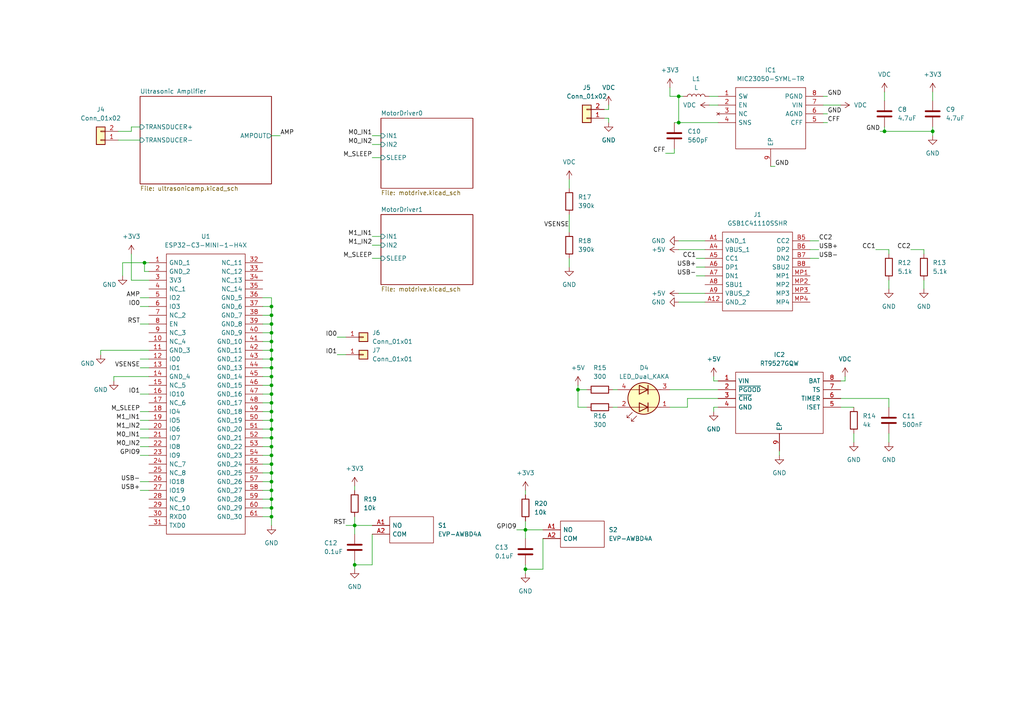
<source format=kicad_sch>
(kicad_sch (version 20230121) (generator eeschema)
  (paper "A4")
  (lib_symbols
    (symbol "Connector_Generic:Conn_01x01" (pin_names (offset 1.016) hide)
      (property "Reference" "J" (at 0 2.54 0))
      (property "Value" "Conn_01x01" (at 0 -2.54 0))
      (symbol "Conn_01x01_1_1"
        (rectangle (start -1.27 0.127) (end 0 -0.127) (stroke (width 0.1524)))
        (rectangle (start -1.27 1.27) (end 1.27 -1.27) (stroke (width 0.254)) (fill (type background)))
        (pin passive line (at -5.08 0 0) (length 3.81) (name "Pin_1") (number "1"))
      )
    )
    (symbol "Connector_Generic:Conn_01x02" (pin_names (offset 1.016) hide)
      (property "Reference" "J" (at 0 2.54 0))
      (property "Value" "Conn_01x02" (at 0 -5.08 0))
      (symbol "Conn_01x02_1_1"
        (rectangle (start -1.27 -2.413) (end 0 -2.667) (stroke (width 0.1524)))
        (rectangle (start -1.27 0.127) (end 0 -0.127) (stroke (width 0.1524)))
        (rectangle (start -1.27 1.27) (end 1.27 -3.81) (stroke (width 0.254)) (fill (type background)))
        (pin passive line (at -5.08 0 0) (length 3.81) (name "Pin_1") (number "1"))
        (pin passive line (at -5.08 -2.54 0) (length 3.81) (name "Pin_2") (number "2"))
      )
    )
    (symbol "Device:C" (pin_numbers hide) (pin_names (offset 0.254))
      (property "Reference" "C" (at 0.635 2.54 0))
      (property "Value" "C" (at 0.635 -2.54 0))
      (symbol "C_0_1"
        (polyline (pts (xy -2.032 -0.762) (xy 2.032 -0.762)) (stroke (width 0.508)))
        (polyline (pts (xy -2.032 0.762) (xy 2.032 0.762)) (stroke (width 0.508)))
      )
      (symbol "C_1_1"
        (pin passive line (at 0 3.81 270) (length 2.794) (name "~") (number "1"))
        (pin passive line (at 0 -3.81 90) (length 2.794) (name "~") (number "2"))
      )
    )
    (symbol "Device:L" (pin_numbers hide) (pin_names (offset 1.016) hide)
      (property "Reference" "L" (at -1.27 0 90))
      (property "Value" "L" (at 1.905 0 90))
      (symbol "L_0_1"
        (arc (start 0 -2.54) (mid 0.6323 -1.905) (end 0 -1.27))
        (arc (start 0 -1.27) (mid 0.6323 -0.635) (end 0 0))
        (arc (start 0 0) (mid 0.6323 0.635) (end 0 1.27))
        (arc (start 0 1.27) (mid 0.6323 1.905) (end 0 2.54))
      )
      (symbol "L_1_1"
        (pin passive line (at 0 3.81 270) (length 1.27) (name "1") (number "1"))
        (pin passive line (at 0 -3.81 90) (length 1.27) (name "2") (number "2"))
      )
    )
    (symbol "Device:LED_Dual_KAKA" (pin_names (offset 0) hide)
      (property "Reference" "D" (at 0 5.715 0))
      (property "Value" "LED_Dual_KAKA" (at 0 -6.35 0))
      (symbol "LED_Dual_KAKA_0_1"
        (polyline (pts (xy -5.08 -2.54) (xy 2.032 -2.54)))
        (polyline (pts (xy -5.08 2.54) (xy 2.032 2.54)))
        (polyline (pts (xy -1.27 -1.27) (xy -1.27 -3.81)) (stroke (width 0.254)))
        (polyline (pts (xy -1.27 3.81) (xy -1.27 1.27)) (stroke (width 0.254)))
        (polyline (pts (xy 3.81 -2.54) (xy 1.905 -2.54)))
        (polyline (pts (xy 3.81 2.54) (xy 1.905 2.54)))
        (polyline (pts (xy 1.27 -1.27) (xy 1.27 -3.81) (xy -1.27 -2.54) (xy 1.27 -1.27)) (stroke (width 0.254)))
        (polyline (pts (xy 1.27 3.81) (xy 1.27 1.27) (xy -1.27 2.54) (xy 1.27 3.81)) (stroke (width 0.254)))
        (polyline (pts (xy 2.032 5.08) (xy 3.556 6.604) (xy 2.794 6.604) (xy 3.556 6.604) (xy 3.556 5.842)))
        (polyline (pts (xy 3.302 4.064) (xy 4.826 5.588) (xy 4.064 5.588) (xy 4.826 5.588) (xy 4.826 4.826)))
        (circle (center 0 0) (radius 4.572) (stroke (width 0.254)) (fill (type background)))
      )
      (symbol "LED_Dual_KAKA_1_1"
        (pin input line (at -7.62 2.54 0) (length 3.048) (name "A1") (number "1"))
        (pin input line (at 7.62 2.54 180) (length 3.81) (name "K1") (number "2"))
        (pin input line (at -7.62 -2.54 0) (length 3.048) (name "A2") (number "3"))
        (pin input line (at 7.62 -2.54 180) (length 3.81) (name "K2") (number "4"))
      )
    )
    (symbol "Device:R" (pin_numbers hide) (pin_names (offset 0))
      (property "Reference" "R" (at 2.032 0 90))
      (property "Value" "R" (at 0 0 90))
      (symbol "R_0_1"
        (rectangle (start -1.016 -2.54) (end 1.016 2.54) (stroke (width 0.254)))
      )
      (symbol "R_1_1"
        (pin passive line (at 0 3.81 270) (length 1.27) (name "~") (number "1"))
        (pin passive line (at 0 -3.81 90) (length 1.27) (name "~") (number "2"))
      )
    )
    (symbol "SamacSys_Parts:ESP32-C3-MINI-1-H4X" (pin_names (offset 0.762))
      (property "Reference" "U" (at 29.21 7.62 0))
      (property "Value" "ESP32-C3-MINI-1-H4X" (at 29.21 5.08 0))
      (symbol "ESP32-C3-MINI-1-H4X_0_0"
        (pin passive line (at 0 0 0) (length 5.08) (name "GND_1") (number "1"))
        (pin passive line (at 0 -22.86 0) (length 5.08) (name "NC_4") (number "10"))
        (pin passive line (at 0 -25.4 0) (length 5.08) (name "GND_3") (number "11"))
        (pin passive line (at 0 -27.94 0) (length 5.08) (name "IO0") (number "12"))
        (pin passive line (at 0 -30.48 0) (length 5.08) (name "IO1") (number "13"))
        (pin passive line (at 0 -33.02 0) (length 5.08) (name "GND_4") (number "14"))
        (pin passive line (at 0 -35.56 0) (length 5.08) (name "NC_5") (number "15"))
        (pin passive line (at 0 -38.1 0) (length 5.08) (name "IO10") (number "16"))
        (pin passive line (at 0 -40.64 0) (length 5.08) (name "NC_6") (number "17"))
        (pin passive line (at 0 -43.18 0) (length 5.08) (name "IO4") (number "18"))
        (pin passive line (at 0 -45.72 0) (length 5.08) (name "IO5") (number "19"))
        (pin passive line (at 0 -2.54 0) (length 5.08) (name "GND_2") (number "2"))
        (pin passive line (at 0 -48.26 0) (length 5.08) (name "IO6") (number "20"))
        (pin passive line (at 0 -50.8 0) (length 5.08) (name "IO7") (number "21"))
        (pin passive line (at 0 -53.34 0) (length 5.08) (name "IO8") (number "22"))
        (pin passive line (at 0 -55.88 0) (length 5.08) (name "IO9") (number "23"))
        (pin passive line (at 0 -58.42 0) (length 5.08) (name "NC_7") (number "24"))
        (pin passive line (at 0 -60.96 0) (length 5.08) (name "NC_8") (number "25"))
        (pin passive line (at 0 -63.5 0) (length 5.08) (name "IO18") (number "26"))
        (pin passive line (at 0 -66.04 0) (length 5.08) (name "IO19") (number "27"))
        (pin passive line (at 0 -68.58 0) (length 5.08) (name "NC_9") (number "28"))
        (pin passive line (at 0 -71.12 0) (length 5.08) (name "NC_10") (number "29"))
        (pin passive line (at 0 -5.08 0) (length 5.08) (name "3V3") (number "3"))
        (pin passive line (at 0 -73.66 0) (length 5.08) (name "RXD0") (number "30"))
        (pin passive line (at 0 -76.2 0) (length 5.08) (name "TXD0") (number "31"))
        (pin passive line (at 33.02 0 180) (length 5.08) (name "NC_11") (number "32"))
        (pin passive line (at 33.02 -2.54 180) (length 5.08) (name "NC_12") (number "33"))
        (pin passive line (at 33.02 -5.08 180) (length 5.08) (name "NC_13") (number "34"))
        (pin passive line (at 33.02 -7.62 180) (length 5.08) (name "NC_14") (number "35"))
        (pin passive line (at 33.02 -10.16 180) (length 5.08) (name "GND_5") (number "36"))
        (pin passive line (at 33.02 -12.7 180) (length 5.08) (name "GND_6") (number "37"))
        (pin passive line (at 33.02 -15.24 180) (length 5.08) (name "GND_7") (number "38"))
        (pin passive line (at 33.02 -17.78 180) (length 5.08) (name "GND_8") (number "39"))
        (pin passive line (at 0 -7.62 0) (length 5.08) (name "NC_1") (number "4"))
        (pin passive line (at 33.02 -20.32 180) (length 5.08) (name "GND_9") (number "40"))
        (pin passive line (at 33.02 -22.86 180) (length 5.08) (name "GND_10") (number "41"))
        (pin passive line (at 33.02 -25.4 180) (length 5.08) (name "GND_11") (number "42"))
        (pin passive line (at 33.02 -27.94 180) (length 5.08) (name "GND_12") (number "43"))
        (pin passive line (at 33.02 -30.48 180) (length 5.08) (name "GND_13") (number "44"))
        (pin passive line (at 33.02 -33.02 180) (length 5.08) (name "GND_14") (number "45"))
        (pin passive line (at 33.02 -35.56 180) (length 5.08) (name "GND_15") (number "46"))
        (pin passive line (at 33.02 -38.1 180) (length 5.08) (name "GND_16") (number "47"))
        (pin passive line (at 33.02 -40.64 180) (length 5.08) (name "GND_17") (number "48"))
        (pin passive line (at 33.02 -43.18 180) (length 5.08) (name "GND_18") (number "49"))
        (pin passive line (at 0 -10.16 0) (length 5.08) (name "IO2") (number "5"))
        (pin passive line (at 33.02 -45.72 180) (length 5.08) (name "GND_19") (number "50"))
        (pin passive line (at 33.02 -48.26 180) (length 5.08) (name "GND_20") (number "51"))
        (pin passive line (at 33.02 -50.8 180) (length 5.08) (name "GND_21") (number "52"))
        (pin passive line (at 33.02 -53.34 180) (length 5.08) (name "GND_22") (number "53"))
        (pin passive line (at 33.02 -55.88 180) (length 5.08) (name "GND_23") (number "54"))
        (pin passive line (at 33.02 -58.42 180) (length 5.08) (name "GND_24") (number "55"))
        (pin passive line (at 33.02 -60.96 180) (length 5.08) (name "GND_25") (number "56"))
        (pin passive line (at 33.02 -63.5 180) (length 5.08) (name "GND_26") (number "57"))
        (pin passive line (at 33.02 -66.04 180) (length 5.08) (name "GND_27") (number "58"))
        (pin passive line (at 33.02 -68.58 180) (length 5.08) (name "GND_28") (number "59"))
        (pin passive line (at 0 -12.7 0) (length 5.08) (name "IO3") (number "6"))
        (pin passive line (at 33.02 -71.12 180) (length 5.08) (name "GND_29") (number "60"))
        (pin passive line (at 33.02 -73.66 180) (length 5.08) (name "GND_30") (number "61"))
        (pin passive line (at 0 -15.24 0) (length 5.08) (name "NC_2") (number "7"))
        (pin passive line (at 0 -17.78 0) (length 5.08) (name "EN") (number "8"))
        (pin passive line (at 0 -20.32 0) (length 5.08) (name "NC_3") (number "9"))
      )
      (symbol "ESP32-C3-MINI-1-H4X_0_1"
        (polyline (pts (xy 5.08 2.54) (xy 27.94 2.54) (xy 27.94 -78.74) (xy 5.08 -78.74) (xy 5.08 2.54)) (stroke (width 0.1524)))
      )
    )
    (symbol "SamacSys_Parts:EVP-AWBD4A" (pin_names (offset 0.762))
      (property "Reference" "S" (at 19.05 7.62 0))
      (property "Value" "EVP-AWBD4A" (at 19.05 5.08 0))
      (symbol "EVP-AWBD4A_0_0"
        (pin passive line (at 0 0 0) (length 5.08) (name "NO") (number "A1"))
        (pin passive line (at 0 -2.54 0) (length 5.08) (name "COM") (number "A2"))
      )
      (symbol "EVP-AWBD4A_0_1"
        (polyline (pts (xy 5.08 2.54) (xy 17.78 2.54) (xy 17.78 -5.08) (xy 5.08 -5.08) (xy 5.08 2.54)) (stroke (width 0.1524)))
      )
    )
    (symbol "SamacSys_Parts:GSB1C41110SSHR" (pin_names (offset 0.762))
      (property "Reference" "J" (at 26.67 7.62 0))
      (property "Value" "GSB1C41110SSHR" (at 26.67 5.08 0))
      (symbol "GSB1C41110SSHR_0_0"
        (pin passive line (at 0 0 0) (length 5.08) (name "GND_1") (number "A1"))
        (pin passive line (at 0 -17.78 0) (length 5.08) (name "GND_2") (number "A12"))
        (pin passive line (at 0 -2.54 0) (length 5.08) (name "VBUS_1") (number "A4"))
        (pin passive line (at 0 -5.08 0) (length 5.08) (name "CC1") (number "A5"))
        (pin passive line (at 0 -7.62 0) (length 5.08) (name "DP1") (number "A6"))
        (pin passive line (at 0 -10.16 0) (length 5.08) (name "DN1") (number "A7"))
        (pin passive line (at 0 -12.7 0) (length 5.08) (name "SBU1") (number "A8"))
        (pin passive line (at 0 -15.24 0) (length 5.08) (name "VBUS_2") (number "A9"))
        (pin passive line (at 30.48 0 180) (length 5.08) (name "CC2") (number "B5"))
        (pin passive line (at 30.48 -2.54 180) (length 5.08) (name "DP2") (number "B6"))
        (pin passive line (at 30.48 -5.08 180) (length 5.08) (name "DN2") (number "B7"))
        (pin passive line (at 30.48 -7.62 180) (length 5.08) (name "SBU2") (number "B8"))
        (pin passive line (at 30.48 -10.16 180) (length 5.08) (name "MP1") (number "MP1"))
        (pin passive line (at 30.48 -12.7 180) (length 5.08) (name "MP2") (number "MP2"))
        (pin passive line (at 30.48 -15.24 180) (length 5.08) (name "MP3") (number "MP3"))
        (pin passive line (at 30.48 -17.78 180) (length 5.08) (name "MP4") (number "MP4"))
      )
      (symbol "GSB1C41110SSHR_0_1"
        (polyline (pts (xy 5.08 2.54) (xy 25.4 2.54) (xy 25.4 -20.32) (xy 5.08 -20.32) (xy 5.08 2.54)) (stroke (width 0.1524)))
      )
    )
    (symbol "SamacSys_Parts:MIC23050-SYML-TR" (pin_names (offset 0.762))
      (property "Reference" "IC" (at 26.67 7.62 0))
      (property "Value" "MIC23050-SYML-TR" (at 26.67 5.08 0))
      (symbol "MIC23050-SYML-TR_0_0"
        (pin passive line (at 0 0 0) (length 5.08) (name "SW") (number "1"))
        (pin passive line (at 0 -2.54 0) (length 5.08) (name "EN") (number "2"))
        (pin no_connect line (at 0 -5.08 0) (length 5.08) (name "NC") (number "3"))
        (pin passive line (at 0 -7.62 0) (length 5.08) (name "SNS") (number "4"))
        (pin passive line (at 30.48 -7.62 180) (length 5.08) (name "CFF") (number "5"))
        (pin passive line (at 30.48 -5.08 180) (length 5.08) (name "AGND") (number "6"))
        (pin passive line (at 30.48 -2.54 180) (length 5.08) (name "VIN") (number "7"))
        (pin passive line (at 30.48 0 180) (length 5.08) (name "PGND") (number "8"))
        (pin passive line (at 15.24 -20.32 90) (length 5.08) (name "EP") (number "9"))
      )
      (symbol "MIC23050-SYML-TR_0_1"
        (polyline (pts (xy 5.08 2.54) (xy 25.4 2.54) (xy 25.4 -15.24) (xy 5.08 -15.24) (xy 5.08 2.54)) (stroke (width 0.1524)))
      )
    )
    (symbol "SamacSys_Parts:RT9527GQW" (pin_names (offset 0.762))
      (property "Reference" "IC" (at 31.75 7.62 0))
      (property "Value" "RT9527GQW" (at 31.75 5.08 0))
      (symbol "RT9527GQW_0_0"
        (pin passive line (at 0 0 0) (length 5.08) (name "VIN") (number "1"))
        (pin passive line (at 0 -2.54 0) (length 5.08) (name "~{PGOOD}") (number "2"))
        (pin passive line (at 0 -5.08 0) (length 5.08) (name "~{CHG}") (number "3"))
        (pin passive line (at 0 -7.62 0) (length 5.08) (name "GND") (number "4"))
        (pin passive line (at 35.56 -7.62 180) (length 5.08) (name "ISET") (number "5"))
        (pin passive line (at 35.56 -5.08 180) (length 5.08) (name "TIMER") (number "6"))
        (pin passive line (at 35.56 -2.54 180) (length 5.08) (name "TS") (number "7"))
        (pin passive line (at 35.56 0 180) (length 5.08) (name "BAT") (number "8"))
        (pin passive line (at 17.78 -20.32 90) (length 5.08) (name "EP") (number "9"))
      )
      (symbol "RT9527GQW_0_1"
        (polyline (pts (xy 5.08 2.54) (xy 30.48 2.54) (xy 30.48 -15.24) (xy 5.08 -15.24) (xy 5.08 2.54)) (stroke (width 0.1524)))
      )
    )
    (symbol "power:+3V3" (power) (pin_names (offset 0))
      (property "Value" "+3V3" (at 0 3.556 0))
      (symbol "+3V3_0_1"
        (polyline (pts (xy -0.762 1.27) (xy 0 2.54)))
        (polyline (pts (xy 0 0) (xy 0 2.54)))
        (polyline (pts (xy 0 2.54) (xy 0.762 1.27)))
      )
      (symbol "+3V3_1_1"
        (pin power_in line (at 0 0 90) (length 0) hide (name "+3V3") (number "1"))
      )
    )
    (symbol "power:+5V" (power) (pin_names (offset 0))
      (property "Value" "+5V" (at 0 3.556 0))
      (symbol "+5V_0_1"
        (polyline (pts (xy -0.762 1.27) (xy 0 2.54)))
        (polyline (pts (xy 0 0) (xy 0 2.54)))
        (polyline (pts (xy 0 2.54) (xy 0.762 1.27)))
      )
      (symbol "+5V_1_1"
        (pin power_in line (at 0 0 90) (length 0) hide (name "+5V") (number "1"))
      )
    )
    (symbol "power:GND" (power) (pin_names (offset 0))
      (property "Value" "GND" (at 0 -3.81 0))
      (symbol "GND_0_1"
        (polyline (pts (xy 0 0) (xy 0 -1.27) (xy 1.27 -1.27) (xy 0 -2.54) (xy -1.27 -1.27) (xy 0 -1.27)))
      )
      (symbol "GND_1_1"
        (pin power_in line (at 0 0 270) (length 0) hide (name "GND") (number "1"))
      )
    )
    (symbol "power:VDC" (power) (pin_names (offset 0))
      (property "Value" "VDC" (at 0 6.35 0))
      (symbol "VDC_0_1"
        (polyline (pts (xy -0.762 1.27) (xy 0 2.54)))
        (polyline (pts (xy 0 0) (xy 0 2.54)))
        (polyline (pts (xy 0 2.54) (xy 0.762 1.27)))
      )
      (symbol "VDC_1_1"
        (pin power_in line (at 0 0 90) (length 0) hide (name "VDC") (number "1"))
      )
    )
  )
  (junction (at 78.74 96.52))
  (junction (at 78.74 104.14))
  (junction (at 78.74 106.68))
  (junction (at 78.74 99.06))
  (junction (at 102.87 163.83))
  (junction (at 167.64 113.03))
  (junction (at 78.74 144.78))
  (junction (at 78.74 127))
  (junction (at 78.74 119.38))
  (junction (at 78.74 124.46))
  (junction (at 152.4 165.1))
  (junction (at 78.74 114.3))
  (junction (at 78.74 134.62))
  (junction (at 78.74 88.9))
  (junction (at 196.85 27.94))
  (junction (at 78.74 101.6))
  (junction (at 78.74 142.24))
  (junction (at 78.74 149.86))
  (junction (at 78.74 93.98))
  (junction (at 78.74 132.08))
  (junction (at 78.74 129.54))
  (junction (at 270.51 38.1))
  (junction (at 196.85 35.56))
  (junction (at 78.74 137.16))
  (junction (at 78.74 111.76))
  (junction (at 78.74 91.44))
  (junction (at 78.74 109.22))
  (junction (at 256.54 38.1))
  (junction (at 102.87 152.4))
  (junction (at 78.74 147.32))
  (junction (at 152.4 153.67))
  (junction (at 78.74 116.84))
  (junction (at 78.74 121.92))
  (junction (at 41.91 76.2))
  (junction (at 78.74 139.7))
  (wire (pts (xy 76.2 109.22) (xy 78.74 109.22)))
  (wire (pts (xy 234.95 69.85) (xy 237.49 69.85)))
  (wire (pts (xy 76.2 96.52) (xy 78.74 96.52)))
  (wire (pts (xy 205.74 27.94) (xy 208.28 27.94)))
  (wire (pts (xy 234.95 72.39) (xy 237.49 72.39)))
  (wire (pts (xy 40.64 114.3) (xy 43.18 114.3)))
  (wire (pts (xy 76.2 116.84) (xy 78.74 116.84)))
  (wire (pts (xy 76.2 106.68) (xy 78.74 106.68)))
  (wire (pts (xy 198.12 27.94) (xy 196.85 27.94)))
  (wire (pts (xy 102.87 149.86) (xy 102.87 152.4)))
  (wire (pts (xy 152.4 142.24) (xy 152.4 143.51)))
  (wire (pts (xy 165.1 52.07) (xy 165.1 54.61)))
  (wire (pts (xy 234.95 74.93) (xy 237.49 74.93)))
  (wire (pts (xy 256.54 38.1) (xy 270.51 38.1)))
  (wire (pts (xy 78.74 111.76) (xy 78.74 114.3)))
  (wire (pts (xy 157.48 165.1) (xy 152.4 165.1)))
  (wire (pts (xy 107.95 154.94) (xy 107.95 163.83)))
  (wire (pts (xy 201.93 77.47) (xy 204.47 77.47)))
  (wire (pts (xy 43.18 86.36) (xy 40.64 86.36)))
  (wire (pts (xy 78.74 86.36) (xy 78.74 88.9)))
  (wire (pts (xy 40.64 106.68) (xy 43.18 106.68)))
  (wire (pts (xy 207.01 118.11) (xy 208.28 118.11)))
  (wire (pts (xy 76.2 86.36) (xy 78.74 86.36)))
  (wire (pts (xy 78.74 129.54) (xy 78.74 132.08)))
  (wire (pts (xy 78.74 142.24) (xy 78.74 144.78)))
  (wire (pts (xy 78.74 121.92) (xy 78.74 124.46)))
  (wire (pts (xy 194.31 27.94) (xy 194.31 25.4)))
  (wire (pts (xy 256.54 38.1) (xy 255.27 38.1)))
  (wire (pts (xy 78.74 119.38) (xy 78.74 121.92)))
  (wire (pts (xy 40.64 132.08) (xy 43.18 132.08)))
  (wire (pts (xy 38.1 36.83) (xy 40.64 36.83)))
  (wire (pts (xy 107.95 41.91) (xy 110.49 41.91)))
  (wire (pts (xy 40.64 139.7) (xy 43.18 139.7)))
  (wire (pts (xy 270.51 36.83) (xy 270.51 38.1)))
  (wire (pts (xy 78.74 134.62) (xy 78.74 137.16)))
  (wire (pts (xy 76.2 91.44) (xy 78.74 91.44)))
  (wire (pts (xy 238.76 27.94) (xy 240.03 27.94)))
  (wire (pts (xy 201.93 80.01) (xy 204.47 80.01)))
  (wire (pts (xy 100.33 152.4) (xy 102.87 152.4)))
  (wire (pts (xy 256.54 36.83) (xy 256.54 38.1)))
  (wire (pts (xy 102.87 152.4) (xy 102.87 154.94)))
  (wire (pts (xy 177.8 113.03) (xy 179.07 113.03)))
  (wire (pts (xy 165.1 74.93) (xy 165.1 77.47)))
  (wire (pts (xy 78.74 93.98) (xy 78.74 96.52)))
  (wire (pts (xy 270.51 26.67) (xy 270.51 29.21)))
  (wire (pts (xy 152.4 153.67) (xy 152.4 156.21)))
  (wire (pts (xy 207.01 110.49) (xy 207.01 109.22)))
  (wire (pts (xy 107.95 163.83) (xy 102.87 163.83)))
  (wire (pts (xy 76.2 121.92) (xy 78.74 121.92)))
  (wire (pts (xy 152.4 151.13) (xy 152.4 153.67)))
  (wire (pts (xy 199.39 115.57) (xy 208.28 115.57)))
  (wire (pts (xy 76.2 129.54) (xy 78.74 129.54)))
  (wire (pts (xy 34.29 38.1) (xy 38.1 38.1)))
  (wire (pts (xy 177.8 118.11) (xy 179.07 118.11)))
  (wire (pts (xy 107.95 39.37) (xy 110.49 39.37)))
  (wire (pts (xy 40.64 119.38) (xy 43.18 119.38)))
  (wire (pts (xy 196.85 27.94) (xy 196.85 35.56)))
  (wire (pts (xy 78.74 39.37) (xy 81.28 39.37)))
  (wire (pts (xy 76.2 134.62) (xy 78.74 134.62)))
  (wire (pts (xy 78.74 116.84) (xy 78.74 119.38)))
  (wire (pts (xy 78.74 109.22) (xy 78.74 111.76)))
  (wire (pts (xy 29.21 101.6) (xy 29.21 102.87)))
  (wire (pts (xy 205.74 30.48) (xy 208.28 30.48)))
  (wire (pts (xy 208.28 35.56) (xy 196.85 35.56)))
  (wire (pts (xy 40.64 142.24) (xy 43.18 142.24)))
  (wire (pts (xy 196.85 27.94) (xy 194.31 27.94)))
  (wire (pts (xy 107.95 71.12) (xy 110.49 71.12)))
  (wire (pts (xy 78.74 139.7) (xy 78.74 142.24)))
  (wire (pts (xy 256.54 26.67) (xy 256.54 29.21)))
  (wire (pts (xy 78.74 144.78) (xy 78.74 147.32)))
  (wire (pts (xy 40.64 93.98) (xy 43.18 93.98)))
  (wire (pts (xy 76.2 127) (xy 78.74 127)))
  (wire (pts (xy 257.81 115.57) (xy 257.81 118.11)))
  (wire (pts (xy 76.2 137.16) (xy 78.74 137.16)))
  (wire (pts (xy 102.87 152.4) (xy 107.95 152.4)))
  (wire (pts (xy 40.64 104.14) (xy 43.18 104.14)))
  (wire (pts (xy 170.18 113.03) (xy 167.64 113.03)))
  (wire (pts (xy 78.74 149.86) (xy 78.74 152.4)))
  (wire (pts (xy 76.2 104.14) (xy 78.74 104.14)))
  (wire (pts (xy 194.31 118.11) (xy 199.39 118.11)))
  (wire (pts (xy 257.81 81.28) (xy 257.81 83.82)))
  (wire (pts (xy 78.74 104.14) (xy 78.74 106.68)))
  (wire (pts (xy 195.58 35.56) (xy 196.85 35.56)))
  (wire (pts (xy 102.87 140.97) (xy 102.87 142.24)))
  (wire (pts (xy 176.53 35.56) (xy 176.53 34.29)))
  (wire (pts (xy 78.74 132.08) (xy 78.74 134.62)))
  (wire (pts (xy 40.64 129.54) (xy 43.18 129.54)))
  (wire (pts (xy 78.74 114.3) (xy 78.74 116.84)))
  (wire (pts (xy 257.81 72.39) (xy 257.81 73.66)))
  (wire (pts (xy 38.1 38.1) (xy 38.1 36.83)))
  (wire (pts (xy 170.18 118.11) (xy 167.64 118.11)))
  (wire (pts (xy 38.1 73.66) (xy 38.1 81.28)))
  (wire (pts (xy 238.76 35.56) (xy 240.03 35.56)))
  (wire (pts (xy 97.79 97.79) (xy 100.33 97.79)))
  (wire (pts (xy 193.04 44.45) (xy 195.58 44.45)))
  (wire (pts (xy 78.74 106.68) (xy 78.74 109.22)))
  (wire (pts (xy 195.58 44.45) (xy 195.58 43.18)))
  (wire (pts (xy 196.85 87.63) (xy 204.47 87.63)))
  (wire (pts (xy 76.2 119.38) (xy 78.74 119.38)))
  (wire (pts (xy 107.95 74.93) (xy 110.49 74.93)))
  (wire (pts (xy 238.76 30.48) (xy 243.84 30.48)))
  (wire (pts (xy 175.26 34.29) (xy 176.53 34.29)))
  (wire (pts (xy 208.28 110.49) (xy 207.01 110.49)))
  (wire (pts (xy 176.53 31.75) (xy 176.53 30.48)))
  (wire (pts (xy 76.2 144.78) (xy 78.74 144.78)))
  (wire (pts (xy 226.06 130.81) (xy 226.06 132.08)))
  (wire (pts (xy 78.74 96.52) (xy 78.74 99.06)))
  (wire (pts (xy 223.52 48.26) (xy 224.79 48.26)))
  (wire (pts (xy 107.95 45.72) (xy 110.49 45.72)))
  (wire (pts (xy 78.74 88.9) (xy 78.74 91.44)))
  (wire (pts (xy 257.81 125.73) (xy 257.81 128.27)))
  (wire (pts (xy 196.85 85.09) (xy 204.47 85.09)))
  (wire (pts (xy 76.2 99.06) (xy 78.74 99.06)))
  (wire (pts (xy 167.64 118.11) (xy 167.64 113.03)))
  (wire (pts (xy 78.74 137.16) (xy 78.74 139.7)))
  (wire (pts (xy 40.64 121.92) (xy 43.18 121.92)))
  (wire (pts (xy 243.84 118.11) (xy 247.65 118.11)))
  (wire (pts (xy 43.18 109.22) (xy 33.02 109.22)))
  (wire (pts (xy 247.65 125.73) (xy 247.65 128.27)))
  (wire (pts (xy 157.48 156.21) (xy 157.48 165.1)))
  (wire (pts (xy 243.84 110.49) (xy 245.11 110.49)))
  (wire (pts (xy 78.74 101.6) (xy 78.74 104.14)))
  (wire (pts (xy 102.87 162.56) (xy 102.87 163.83)))
  (wire (pts (xy 270.51 38.1) (xy 270.51 39.37)))
  (wire (pts (xy 199.39 118.11) (xy 199.39 115.57)))
  (wire (pts (xy 167.64 113.03) (xy 167.64 111.76)))
  (wire (pts (xy 238.76 33.02) (xy 240.03 33.02)))
  (wire (pts (xy 78.74 99.06) (xy 78.74 101.6)))
  (wire (pts (xy 76.2 111.76) (xy 78.74 111.76)))
  (wire (pts (xy 149.86 153.67) (xy 152.4 153.67)))
  (wire (pts (xy 40.64 124.46) (xy 43.18 124.46)))
  (wire (pts (xy 29.21 101.6) (xy 43.18 101.6)))
  (wire (pts (xy 76.2 101.6) (xy 78.74 101.6)))
  (wire (pts (xy 76.2 124.46) (xy 78.74 124.46)))
  (wire (pts (xy 41.91 78.74) (xy 41.91 76.2)))
  (wire (pts (xy 40.64 88.9) (xy 43.18 88.9)))
  (wire (pts (xy 196.85 72.39) (xy 204.47 72.39)))
  (wire (pts (xy 76.2 93.98) (xy 78.74 93.98)))
  (wire (pts (xy 152.4 153.67) (xy 157.48 153.67)))
  (wire (pts (xy 78.74 91.44) (xy 78.74 93.98)))
  (wire (pts (xy 107.95 68.58) (xy 110.49 68.58)))
  (wire (pts (xy 243.84 115.57) (xy 257.81 115.57)))
  (wire (pts (xy 175.26 31.75) (xy 176.53 31.75)))
  (wire (pts (xy 152.4 165.1) (xy 152.4 166.37)))
  (wire (pts (xy 41.91 76.2) (xy 35.56 76.2)))
  (wire (pts (xy 76.2 147.32) (xy 78.74 147.32)))
  (wire (pts (xy 43.18 78.74) (xy 41.91 78.74)))
  (wire (pts (xy 38.1 81.28) (xy 43.18 81.28)))
  (wire (pts (xy 76.2 139.7) (xy 78.74 139.7)))
  (wire (pts (xy 40.64 127) (xy 43.18 127)))
  (wire (pts (xy 196.85 69.85) (xy 204.47 69.85)))
  (wire (pts (xy 76.2 132.08) (xy 78.74 132.08)))
  (wire (pts (xy 34.29 40.64) (xy 40.64 40.64)))
  (wire (pts (xy 194.31 113.03) (xy 208.28 113.03)))
  (wire (pts (xy 204.47 74.93) (xy 201.93 74.93)))
  (wire (pts (xy 76.2 88.9) (xy 78.74 88.9)))
  (wire (pts (xy 97.79 102.87) (xy 100.33 102.87)))
  (wire (pts (xy 152.4 163.83) (xy 152.4 165.1)))
  (wire (pts (xy 207.01 119.38) (xy 207.01 118.11)))
  (wire (pts (xy 102.87 163.83) (xy 102.87 165.1)))
  (wire (pts (xy 267.97 81.28) (xy 267.97 83.82)))
  (wire (pts (xy 76.2 114.3) (xy 78.74 114.3)))
  (wire (pts (xy 76.2 149.86) (xy 78.74 149.86)))
  (wire (pts (xy 264.16 72.39) (xy 267.97 72.39)))
  (wire (pts (xy 78.74 127) (xy 78.74 129.54)))
  (wire (pts (xy 43.18 76.2) (xy 41.91 76.2)))
  (wire (pts (xy 165.1 62.23) (xy 165.1 67.31)))
  (wire (pts (xy 35.56 76.2) (xy 35.56 80.01)))
  (wire (pts (xy 245.11 110.49) (xy 245.11 109.22)))
  (wire (pts (xy 33.02 109.22) (xy 33.02 110.49)))
  (wire (pts (xy 78.74 124.46) (xy 78.74 127)))
  (wire (pts (xy 254 72.39) (xy 257.81 72.39)))
  (wire (pts (xy 76.2 142.24) (xy 78.74 142.24)))
  (wire (pts (xy 267.97 72.39) (xy 267.97 73.66)))
  (wire (pts (xy 78.74 147.32) (xy 78.74 149.86)))
  (label "USB-" (at 201.93 80.01 180))
  (label "AMP" (at 81.28 39.37 0))
  (label "IO0" (at 40.64 88.9 180))
  (label "M1_IN2" (at 107.95 71.12 180))
  (label "M1_IN2" (at 40.64 124.46 180))
  (label "CC2" (at 237.49 69.85 0))
  (label "USB-" (at 40.64 139.7 180))
  (label "RST" (at 100.33 152.4 180))
  (label "CC2" (at 264.16 72.39 180))
  (label "CC1" (at 201.93 74.93 180))
  (label "GND" (at 255.27 38.1 180))
  (label "USB-" (at 237.49 74.93 0))
  (label "GND" (at 240.03 27.94 0))
  (label "USB+" (at 237.49 72.39 0))
  (label "USB+" (at 201.93 77.47 180))
  (label "M0_IN2" (at 40.64 129.54 180))
  (label "IO0" (at 97.79 97.79 180))
  (label "M_SLEEP" (at 107.95 45.72 180))
  (label "M0_IN1" (at 40.64 127 180))
  (label "GND" (at 224.79 48.26 0))
  (label "M0_IN1" (at 107.95 39.37 180))
  (label "M1_IN1" (at 107.95 68.58 180))
  (label "M0_IN2" (at 107.95 41.91 180))
  (label "VSENSE" (at 165.1 66.04 180))
  (label "IO1" (at 40.64 114.3 180))
  (label "GPIO9" (at 40.64 132.08 180))
  (label "IO1" (at 97.79 102.87 180))
  (label "CFF" (at 193.04 44.45 180))
  (label "M1_IN1" (at 40.64 121.92 180))
  (label "CFF" (at 240.03 35.56 0))
  (label "CC1" (at 254 72.39 180))
  (label "M_SLEEP" (at 107.95 74.93 180))
  (label "GPIO9" (at 149.86 153.67 180))
  (label "AMP" (at 40.64 86.36 180))
  (label "RST" (at 40.64 93.98 180))
  (label "VSENSE" (at 40.64 106.68 180))
  (label "USB+" (at 40.64 142.24 180))
  (label "M_SLEEP" (at 40.64 119.38 180))
  (label "GND" (at 240.03 33.02 0))
  (symbol (lib_id "power:GND") (at 152.4 166.37 0) (unit 1)
    (property "Reference" "#PWR051" (effects hide))
    (property "Value" "GND" (at 152.4 171.45 0))
  )
  (symbol (lib_id "power:VDC") (at 243.84 30.48 270) (unit 1)
    (property "Reference" "#PWR015" (effects hide))
    (property "Value" "VDC" (at 247.65 30.48 90) (effects (justify left)))
  )
  (symbol (lib_id "power:+5V") (at 196.85 72.39 90) (unit 1)
    (property "Reference" "#PWR028" (effects hide))
    (property "Value" "+5V" (at 193.04 72.39 90) (effects (justify left)))
  )
  (symbol (lib_id "SamacSys_Parts:EVP-AWBD4A") (at 157.48 153.67 0) (unit 1)
    (property "Reference" "S2" (at 176.53 153.67 0) (effects (justify left)))
    (property "Value" "EVP-AWBD4A" (at 176.53 156.21 0) (effects (justify left)))
    (property "Footprint" "EVPAWBD4A" (effects hide))
    (property "Datasheet" "https://industry.panasonic.com/ac/cdn/e/control/switch/light-touch/catalog/sw_lt_eng_3020s.pdf" (effects hide))
    (property "Description" "Tactile Switch SPST-NO Top Actuated Surface Mount" (effects hide))
    (property "Height" "0.7" (effects hide))
    (property "Mouser Part Number" "667-EVP-AWBD4A" (effects hide))
    (property "Mouser Price/Stock" "https://www.mouser.co.uk/ProductDetail/Panasonic/EVP-AWBD4A?qs=iR2ablhfrmFQoJZNX8b%2FIQ%3D%3D" (effects hide))
    (property "Manufacturer_Name" "Panasonic" (effects hide))
    (property "Manufacturer_Part_Number" "EVP-AWBD4A" (effects hide))
  )
  (symbol (lib_id "power:VDC") (at 256.54 26.67 0) (unit 1)
    (property "Reference" "#PWR022" (effects hide))
    (property "Value" "VDC" (at 256.54 21.59 0))
  )
  (symbol (lib_id "Device:R") (at 173.99 118.11 90) (unit 1)
    (property "Reference" "R16" (at 173.99 120.65 90))
    (property "Value" "300" (at 173.99 123.19 90))
    (property "Footprint" "Resistor_SMD:R_0402_1005Metric" (effects hide))
  )
  (symbol (lib_id "Connector_Generic:Conn_01x01") (at 105.41 97.79 0) (unit 1)
    (property "Reference" "J6" (at 107.95 96.52 0) (effects (justify left)))
    (property "Value" "Conn_01x01" (at 107.95 99.06 0) (effects (justify left)))
    (property "Footprint" "TestPoint:TestPoint_Pad_D1.0mm" (effects hide))
  )
  (symbol (lib_id "Device:R") (at 152.4 147.32 0) (unit 1)
    (property "Reference" "R20" (at 154.94 146.05 0) (effects (justify left)))
    (property "Value" "10k" (at 154.94 148.59 0) (effects (justify left)))
    (property "Footprint" "Resistor_SMD:R_0402_1005Metric" (effects hide))
  )
  (symbol (lib_id "power:VDC") (at 165.1 52.07 0) (unit 1)
    (property "Reference" "#PWR045" (effects hide))
    (property "Value" "VDC" (at 165.1 46.99 0))
  )
  (symbol (lib_id "Device:C") (at 152.4 160.02 0) (unit 1)
    (property "Reference" "C13" (at 143.51 158.75 0) (effects (justify left)))
    (property "Value" "0.1uF" (at 143.51 161.29 0) (effects (justify left)))
    (property "Footprint" "Capacitor_SMD:C_0402_1005Metric" (effects hide))
  )
  (symbol (lib_id "Connector_Generic:Conn_01x02") (at 170.18 34.29 180) (unit 1)
    (property "Reference" "J5" (at 170.18 25.4 0))
    (property "Value" "Conn_01x02" (at 170.18 27.94 0))
    (property "Footprint" "Connector_JST:JST_PH_S2B-PH-K_1x02_P2.00mm_Horizontal" (effects hide))
  )
  (symbol (lib_id "power:+5V") (at 207.01 109.22 0) (unit 1)
    (property "Reference" "#PWR032" (effects hide))
    (property "Value" "+5V" (at 207.01 104.14 0))
  )
  (symbol (lib_id "power:GND") (at 196.85 69.85 270) (unit 1)
    (property "Reference" "#PWR030" (effects hide))
    (property "Value" "GND" (at 193.04 69.85 90) (effects (justify right)))
  )
  (symbol (lib_id "power:+3V3") (at 194.31 25.4 0) (unit 1)
    (property "Reference" "#PWR025" (effects hide))
    (property "Value" "+3V3" (at 194.31 20.32 0))
  )
  (symbol (lib_id "power:GND") (at 33.02 110.49 0) (unit 1)
    (property "Reference" "#PWR046" (effects hide))
    (property "Value" "GND" (at 29.21 113.03 0))
  )
  (symbol (lib_id "power:GND") (at 257.81 83.82 0) (unit 1)
    (property "Reference" "#PWR018" (effects hide))
    (property "Value" "GND" (at 257.81 88.9 0))
  )
  (symbol (lib_id "power:GND") (at 267.97 83.82 0) (unit 1)
    (property "Reference" "#PWR019" (effects hide))
    (property "Value" "GND" (at 267.97 88.9 0))
  )
  (symbol (lib_id "SamacSys_Parts:GSB1C41110SSHR") (at 204.47 69.85 0) (unit 1)
    (property "Reference" "J1" (at 219.71 62.23 0))
    (property "Value" "GSB1C41110SSHR" (at 219.71 64.77 0))
    (property "Footprint" "GSB1C41110SSHR" (effects hide))
    (property "Datasheet" "https://cdn.amphenol-cs.com/media/wysiwyg/files/drawing/gsb1c41x10sshr-ax1.pdf" (effects hide))
    (property "Description" "USB2.0, Type C, Top mount, Center Height 1.63mm, Single Row Surface Mount" (effects hide))
    (property "Height" "3.41" (effects hide))
    (property "Manufacturer_Name" "Amphenol Communications Solutions" (effects hide))
    (property "Manufacturer_Part_Number" "GSB1C41110SSHR" (effects hide))
  )
  (symbol (lib_id "power:+3V3") (at 152.4 142.24 0) (unit 1)
    (property "Reference" "#PWR050" (effects hide))
    (property "Value" "+3V3" (at 152.4 137.16 0))
  )
  (symbol (lib_id "Device:R") (at 102.87 146.05 0) (unit 1)
    (property "Reference" "R19" (at 105.41 144.78 0) (effects (justify left)))
    (property "Value" "10k" (at 105.41 147.32 0) (effects (justify left)))
    (property "Footprint" "Resistor_SMD:R_0402_1005Metric" (effects hide))
  )
  (symbol (lib_id "SamacSys_Parts:RT9527GQW") (at 208.28 110.49 0) (unit 1)
    (property "Reference" "IC2" (at 226.06 102.87 0))
    (property "Value" "RT9527GQW" (at 226.06 105.41 0))
    (property "Footprint" "SON50P200X200X80-9N" (effects hide))
    (property "Datasheet" "https://www.richtek.com/assets/product_file/RT9527/DS9527-03.pdf" (effects hide))
    (property "Description" "RICHTEK - RT9527GQW - Battery Charger, 1 Cell of Li-Ion Battery, 6V Input, 4.2V/600mA Charge, WDFN-8" (effects hide))
    (property "Height" "0.8" (effects hide))
    (property "Mouser Part Number" "835-RT9527GQW" (effects hide))
    (property "Mouser Price/Stock" "https://www.mouser.co.uk/ProductDetail/Richtek/RT9527GQW?qs=amGC7iS6iy8PaRZ5cLHjkg%3D%3D" (effects hide))
    (property "Manufacturer_Name" "RICHTEK" (effects hide))
    (property "Manufacturer_Part_Number" "RT9527GQW" (effects hide))
  )
  (symbol (lib_id "power:GND") (at 196.85 87.63 270) (unit 1)
    (property "Reference" "#PWR029" (effects hide))
    (property "Value" "GND" (at 193.04 87.63 90) (effects (justify right)))
  )
  (symbol (lib_id "Device:C") (at 257.81 121.92 0) (unit 1)
    (property "Reference" "C11" (at 261.62 120.65 0) (effects (justify left)))
    (property "Value" "500nF" (at 261.62 123.19 0) (effects (justify left)))
    (property "Footprint" "Capacitor_SMD:C_0402_1005Metric" (effects hide))
  )
  (symbol (lib_id "power:+5V") (at 167.64 111.76 0) (unit 1)
    (property "Reference" "#PWR036" (effects hide))
    (property "Value" "+5V" (at 167.64 106.68 0))
  )
  (symbol (lib_id "power:VDC") (at 205.74 30.48 90) (unit 1)
    (property "Reference" "#PWR021" (effects hide))
    (property "Value" "VDC" (at 201.93 30.48 90) (effects (justify left)))
  )
  (symbol (lib_id "power:GND") (at 247.65 128.27 0) (unit 1)
    (property "Reference" "#PWR037" (effects hide))
    (property "Value" "GND" (at 247.65 133.35 0))
  )
  (symbol (lib_id "power:VDC") (at 245.11 109.22 0) (unit 1)
    (property "Reference" "#PWR034" (effects hide))
    (property "Value" "VDC" (at 245.11 104.14 0))
  )
  (symbol (lib_id "power:GND") (at 165.1 77.47 0) (unit 1)
    (property "Reference" "#PWR044" (effects hide))
    (property "Value" "GND" (at 165.1 82.55 0))
  )
  (symbol (lib_id "power:GND") (at 78.74 152.4 0) (unit 1)
    (property "Reference" "#PWR017" (effects hide))
    (property "Value" "GND" (at 78.74 157.48 0))
  )
  (symbol (lib_id "Device:C") (at 256.54 33.02 0) (unit 1)
    (property "Reference" "C8" (at 260.35 31.75 0) (effects (justify left)))
    (property "Value" "4.7uF" (at 260.35 34.29 0) (effects (justify left)))
    (property "Footprint" "Capacitor_SMD:C_0402_1005Metric" (effects hide))
  )
  (symbol (lib_id "power:GND") (at 257.81 128.27 0) (unit 1)
    (property "Reference" "#PWR038" (effects hide))
    (property "Value" "GND" (at 257.81 133.35 0))
  )
  (symbol (lib_id "power:VDC") (at 176.53 30.48 0) (unit 1)
    (property "Reference" "#PWR026" (effects hide))
    (property "Value" "VDC" (at 176.53 25.4 0))
  )
  (symbol (lib_id "Device:R") (at 165.1 71.12 0) (unit 1)
    (property "Reference" "R18" (at 167.64 69.85 0) (effects (justify left)))
    (property "Value" "390k" (at 167.64 72.39 0) (effects (justify left)))
    (property "Footprint" "Resistor_SMD:R_0402_1005Metric" (effects hide))
  )
  (symbol (lib_id "Device:C") (at 270.51 33.02 0) (unit 1)
    (property "Reference" "C9" (at 274.32 31.75 0) (effects (justify left)))
    (property "Value" "4.7uF" (at 274.32 34.29 0) (effects (justify left)))
    (property "Footprint" "Capacitor_SMD:C_0402_1005Metric" (effects hide))
  )
  (symbol (lib_id "Connector_Generic:Conn_01x01") (at 105.41 102.87 0) (unit 1)
    (property "Reference" "J7" (at 107.95 101.6 0) (effects (justify left)))
    (property "Value" "Conn_01x01" (at 107.95 104.14 0) (effects (justify left)))
    (property "Footprint" "TestPoint:TestPoint_Pad_D1.0mm" (effects hide))
  )
  (symbol (lib_id "power:GND") (at 35.56 80.01 0) (unit 1)
    (property "Reference" "#PWR043" (effects hide))
    (property "Value" "GND" (at 31.75 82.55 0))
  )
  (symbol (lib_id "Device:R") (at 267.97 77.47 0) (unit 1)
    (property "Reference" "R13" (at 270.51 76.2 0) (effects (justify left)))
    (property "Value" "5.1k" (at 270.51 78.74 0) (effects (justify left)))
    (property "Footprint" "Resistor_SMD:R_0402_1005Metric" (effects hide))
  )
  (symbol (lib_id "power:+3V3") (at 270.51 26.67 0) (unit 1)
    (property "Reference" "#PWR024" (effects hide))
    (property "Value" "+3V3" (at 270.51 21.59 0))
  )
  (symbol (lib_id "Device:R") (at 257.81 77.47 0) (unit 1)
    (property "Reference" "R12" (at 260.35 76.2 0) (effects (justify left)))
    (property "Value" "5.1k" (at 260.35 78.74 0) (effects (justify left)))
    (property "Footprint" "Resistor_SMD:R_0402_1005Metric" (effects hide))
  )
  (symbol (lib_id "Device:C") (at 102.87 158.75 0) (unit 1)
    (property "Reference" "C12" (at 93.98 157.48 0) (effects (justify left)))
    (property "Value" "0.1uF" (at 93.98 160.02 0) (effects (justify left)))
    (property "Footprint" "Capacitor_SMD:C_0402_1005Metric" (effects hide))
  )
  (symbol (lib_id "power:GND") (at 29.21 102.87 0) (unit 1)
    (property "Reference" "#PWR047" (effects hide))
    (property "Value" "GND" (at 25.4 105.41 0))
  )
  (symbol (lib_id "Device:R") (at 247.65 121.92 0) (unit 1)
    (property "Reference" "R14" (at 250.19 120.65 0) (effects (justify left)))
    (property "Value" "4k" (at 250.19 123.19 0) (effects (justify left)))
    (property "Footprint" "Resistor_SMD:R_0402_1005Metric" (effects hide))
  )
  (symbol (lib_id "SamacSys_Parts:MIC23050-SYML-TR") (at 208.28 27.94 0) (unit 1)
    (property "Reference" "IC1" (at 223.52 20.32 0))
    (property "Value" "MIC23050-SYML-TR" (at 223.52 22.86 0))
    (property "Footprint" "SamacSys_Parts:SON50P200X200X90-9N-D" (effects hide))
    (property "Datasheet" "http://www.microchip.com/mymicrochip/filehandler.aspx?ddocname=en580286" (effects hide))
    (property "Description" "MICROCHIP - MIC23050-SYML-TR - DC/DC CONV, SYNC BUCK, 4MHZ, 125DEG C" (effects hide))
    (property "Height" "0.9" (effects hide))
    (property "Mouser Part Number" "998-MIC23050-SYMLTR" (effects hide))
    (property "Mouser Price/Stock" "https://www.mouser.co.uk/ProductDetail/Microchip-Technology/MIC23050-SYML-TR?qs=Y3Q3JoKAO1TRsGwBkMU7bg%3D%3D" (effects hide))
    (property "Manufacturer_Name" "Microchip" (effects hide))
    (property "Manufacturer_Part_Number" "MIC23050-SYML-TR" (effects hide))
  )
  (symbol (lib_id "power:GND") (at 226.06 132.08 0) (unit 1)
    (property "Reference" "#PWR035" (effects hide))
    (property "Value" "GND" (at 226.06 137.16 0))
  )
  (symbol (lib_id "Device:R") (at 165.1 58.42 0) (unit 1)
    (property "Reference" "R17" (at 167.64 57.15 0) (effects (justify left)))
    (property "Value" "390k" (at 167.64 59.69 0) (effects (justify left)))
    (property "Footprint" "Resistor_SMD:R_0402_1005Metric" (effects hide))
  )
  (symbol (lib_id "power:+3V3") (at 102.87 140.97 0) (unit 1)
    (property "Reference" "#PWR048" (effects hide))
    (property "Value" "+3V3" (at 102.87 135.89 0))
  )
  (symbol (lib_id "power:GND") (at 176.53 35.56 0) (unit 1)
    (property "Reference" "#PWR027" (effects hide))
    (property "Value" "GND" (at 176.53 40.64 0))
  )
  (symbol (lib_id "Device:LED_Dual_KAKA") (at 186.69 115.57 180) (unit 1)
    (property "Reference" "D4" (at 186.817 106.68 0))
    (property "Value" "LED_Dual_KAKA" (at 186.817 109.22 0))
    (property "Footprint" "SamacSys_Parts:SB0603WC01-RG" (effects hide))
  )
  (symbol (lib_id "power:GND") (at 270.51 39.37 0) (unit 1)
    (property "Reference" "#PWR023" (effects hide))
    (property "Value" "GND" (at 270.51 44.45 0))
  )
  (symbol (lib_id "SamacSys_Parts:EVP-AWBD4A") (at 107.95 152.4 0) (unit 1)
    (property "Reference" "S1" (at 127 152.4 0) (effects (justify left)))
    (property "Value" "EVP-AWBD4A" (at 127 154.94 0) (effects (justify left)))
    (property "Footprint" "EVPAWBD4A" (effects hide))
    (property "Datasheet" "https://industry.panasonic.com/ac/cdn/e/control/switch/light-touch/catalog/sw_lt_eng_3020s.pdf" (effects hide))
    (property "Description" "Tactile Switch SPST-NO Top Actuated Surface Mount" (effects hide))
    (property "Height" "0.7" (effects hide))
    (property "Mouser Part Number" "667-EVP-AWBD4A" (effects hide))
    (property "Mouser Price/Stock" "https://www.mouser.co.uk/ProductDetail/Panasonic/EVP-AWBD4A?qs=iR2ablhfrmFQoJZNX8b%2FIQ%3D%3D" (effects hide))
    (property "Manufacturer_Name" "Panasonic" (effects hide))
    (property "Manufacturer_Part_Number" "EVP-AWBD4A" (effects hide))
  )
  (symbol (lib_id "Connector_Generic:Conn_01x02") (at 29.21 40.64 180) (unit 1)
    (property "Reference" "J4" (at 29.21 31.75 0))
    (property "Value" "Conn_01x02" (at 29.21 34.29 0))
    (property "Footprint" "SamacSys_Parts:Transducer" (effects hide))
  )
  (symbol (lib_id "Device:L") (at 201.93 27.94 90) (unit 1)
    (property "Reference" "L1" (at 201.93 22.86 90))
    (property "Value" "L" (at 201.93 25.4 90))
    (property "Footprint" "Inductor_SMD:L_0805_2012Metric" (effects hide))
  )
  (symbol (lib_id "power:GND") (at 207.01 119.38 0) (unit 1)
    (property "Reference" "#PWR033" (effects hide))
    (property "Value" "GND" (at 207.01 124.46 0))
  )
  (symbol (lib_id "power:+3V3") (at 38.1 73.66 0) (unit 1)
    (property "Reference" "#PWR042" (effects hide))
    (property "Value" "+3V3" (at 38.1 68.58 0))
  )
  (symbol (lib_id "power:GND") (at 102.87 165.1 0) (unit 1)
    (property "Reference" "#PWR049" (effects hide))
    (property "Value" "GND" (at 102.87 170.18 0))
  )
  (symbol (lib_id "Device:C") (at 195.58 39.37 0) (unit 1)
    (property "Reference" "C10" (at 199.39 38.1 0) (effects (justify left)))
    (property "Value" "560pF" (at 199.39 40.64 0) (effects (justify left)))
    (property "Footprint" "Capacitor_SMD:C_0402_1005Metric" (effects hide))
  )
  (symbol (lib_id "power:+5V") (at 196.85 85.09 90) (unit 1)
    (property "Reference" "#PWR031" (effects hide))
    (property "Value" "+5V" (at 193.04 85.09 90) (effects (justify left)))
  )
  (symbol (lib_id "Device:R") (at 173.99 113.03 90) (unit 1)
    (property "Reference" "R15" (at 173.99 106.68 90))
    (property "Value" "300" (at 173.99 109.22 90))
    (property "Footprint" "Resistor_SMD:R_0402_1005Metric" (effects hide))
  )
  (symbol (lib_id "SamacSys_Parts:ESP32-C3-MINI-1-H4X") (at 43.18 76.2 0) (unit 1)
    (property "Reference" "U1" (at 59.69 68.58 0))
    (property "Value" "ESP32-C3-MINI-1-H4X" (at 59.69 71.12 0))
    (property "Footprint" "ESP32C3MINI1H4X" (effects hide))
    (property "Description" "Bluetooth, WiFi 802.11b/g/n, Bluetooth v5.0 Transceiver Module 2.412GHz ~{} 2.484GHz PCB Trace Surface Mount" (effects hide))
    (property "Height" "2.55" (effects hide))
    (property "Mouser Part Number" "356-ESP32C3MINI1H4X" (effects hide))
    (property "Mouser Price/Stock" "https://www.mouser.co.uk/ProductDetail/Espressif-Systems/ESP32-C3-MINI-1-H4X?qs=olJun0bQHM%252Bm8wbucOd%2FlA%3D%3D" (effects hide))
    (property "Manufacturer_Name" "Espressif Systems" (effects hide))
    (property "Manufacturer_Part_Number" "ESP32-C3-MINI-1-H4X" (effects hide))
  )
  (sheet (at 110.49 34.29) (size 26.67 20.32) (stroke (width 0.1524))
    (property "Sheetname" "MotorDriver0" (at 110.49 33.5784 0) (effects (justify left bottom)))
    (property "Sheetfile" "motdrive.kicad_sch" (at 110.49 55.1946 0) (effects (justify left top)))
    (pin "IN1" input (at 110.49 39.37 180))
    (pin "SLEEP" input (at 110.49 45.72 180))
    (pin "IN2" input (at 110.49 41.91 180))
  )
  (sheet (at 110.49 62.23) (size 26.67 20.32) (stroke (width 0.1524))
    (property "Sheetname" "MotorDriver1" (at 110.49 61.5184 0) (effects (justify left bottom)))
    (property "Sheetfile" "motdrive.kicad_sch" (at 110.49 83.1346 0) (effects (justify left top)))
    (pin "IN1" input (at 110.49 68.58 180))
    (pin "SLEEP" input (at 110.49 74.93 180))
    (pin "IN2" input (at 110.49 71.12 180))
  )
  (sheet (at 40.64 27.94) (size 38.1 25.4) (stroke (width 0.1524))
    (property "Sheetname" "Ultrasonic Amplifier" (at 40.64 27.2284 0) (effects (justify left bottom)))
    (property "Sheetfile" "ultrasonicamp.kicad_sch" (at 40.64 53.9246 0) (effects (justify left top)))
    (pin "TRANSDUCER+" input (at 40.64 36.83 180))
    (pin "TRANSDUCER-" input (at 40.64 40.64 180))
    (pin "AMPOUT" output (at 78.74 39.37 0))
  )
)
</source>
